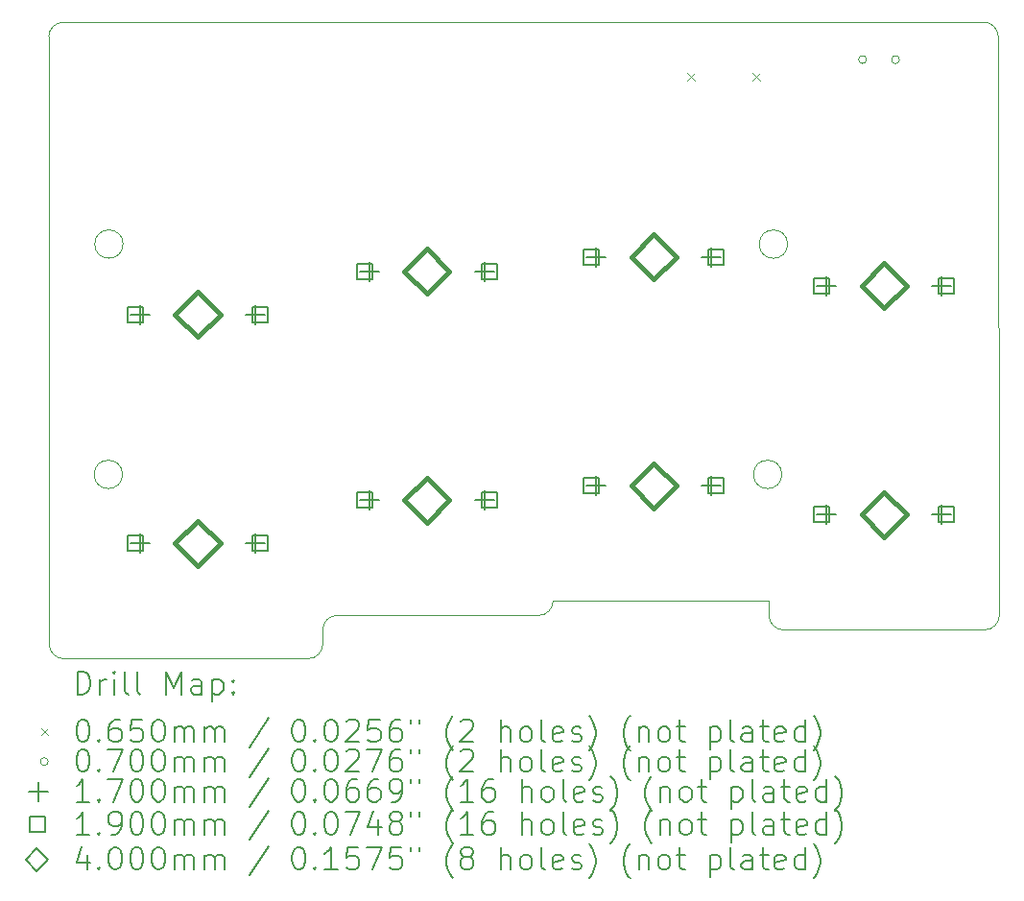
<source format=gbr>
%TF.GenerationSoftware,KiCad,Pcbnew,6.0.7-1.fc36*%
%TF.CreationDate,2022-10-12T21:37:02-05:00*%
%TF.ProjectId,ardux_mini,61726475-785f-46d6-996e-692e6b696361,rev?*%
%TF.SameCoordinates,Original*%
%TF.FileFunction,Drillmap*%
%TF.FilePolarity,Positive*%
%FSLAX45Y45*%
G04 Gerber Fmt 4.5, Leading zero omitted, Abs format (unit mm)*
G04 Created by KiCad (PCBNEW 6.0.7-1.fc36) date 2022-10-12 21:37:02*
%MOMM*%
%LPD*%
G01*
G04 APERTURE LIST*
%ADD10C,0.100000*%
%ADD11C,0.200000*%
%ADD12C,0.065000*%
%ADD13C,0.070000*%
%ADD14C,0.170000*%
%ADD15C,0.190000*%
%ADD16C,0.400000*%
G04 APERTURE END LIST*
D10*
X3948797Y-6553197D02*
G75*
G03*
X3821797Y-6680200I3J-127003D01*
G01*
X3694797Y-6934197D02*
G75*
G03*
X3821797Y-6807200I3J126997D01*
G01*
X7922800Y-3276600D02*
G75*
G03*
X7922800Y-3276600I-125000J0D01*
G01*
X7758797Y-6426200D02*
X7758797Y-6553200D01*
X3821797Y-6807200D02*
X3821797Y-6680200D01*
X9781198Y-1445501D02*
G75*
G03*
X9654195Y-1318501I-127000J0D01*
G01*
X1535797Y-6934200D02*
X3694797Y-6934200D01*
X9654195Y-1318501D02*
X1532000Y-1320000D01*
X5726797Y-6553197D02*
G75*
G03*
X5853797Y-6426200I3J126997D01*
G01*
X1532000Y-1319997D02*
G75*
G03*
X1405000Y-1447000I3J-127003D01*
G01*
X7758800Y-6553200D02*
G75*
G03*
X7885797Y-6680200I127000J0D01*
G01*
X2055400Y-5308600D02*
G75*
G03*
X2055400Y-5308600I-125000J0D01*
G01*
X5853797Y-6426200D02*
X7758797Y-6426200D01*
X1408800Y-6807200D02*
G75*
G03*
X1535797Y-6934200I127000J0D01*
G01*
X3948797Y-6553200D02*
X5726797Y-6553200D01*
X7872000Y-5308600D02*
G75*
G03*
X7872000Y-5308600I-125000J0D01*
G01*
X7885797Y-6680200D02*
X9663797Y-6680200D01*
X9663797Y-6680197D02*
G75*
G03*
X9790797Y-6553200I3J126997D01*
G01*
X9790797Y-6553200D02*
X9781195Y-1445501D01*
X1405000Y-1447000D02*
X1408797Y-6807200D01*
X2060200Y-3276600D02*
G75*
G03*
X2060200Y-3276600I-125000J0D01*
G01*
D11*
D12*
X7038729Y-1766687D02*
X7103729Y-1831687D01*
X7103729Y-1766687D02*
X7038729Y-1831687D01*
X7616729Y-1766687D02*
X7681729Y-1831687D01*
X7681729Y-1766687D02*
X7616729Y-1831687D01*
D13*
X8620000Y-1648750D02*
G75*
G03*
X8620000Y-1648750I-35000J0D01*
G01*
X8910000Y-1648750D02*
G75*
G03*
X8910000Y-1648750I-35000J0D01*
G01*
D14*
X2211297Y-3813200D02*
X2211297Y-3983200D01*
X2126297Y-3898200D02*
X2296297Y-3898200D01*
X2211297Y-5833200D02*
X2211297Y-6003200D01*
X2126297Y-5918200D02*
X2296297Y-5918200D01*
X3227297Y-3813200D02*
X3227297Y-3983200D01*
X3142297Y-3898200D02*
X3312297Y-3898200D01*
X3227297Y-5833200D02*
X3227297Y-6003200D01*
X3142297Y-5918200D02*
X3312297Y-5918200D01*
X4231297Y-3432200D02*
X4231297Y-3602200D01*
X4146297Y-3517200D02*
X4316297Y-3517200D01*
X4231297Y-5452200D02*
X4231297Y-5622200D01*
X4146297Y-5537200D02*
X4316297Y-5537200D01*
X5247297Y-3432200D02*
X5247297Y-3602200D01*
X5162297Y-3517200D02*
X5332297Y-3517200D01*
X5247297Y-5452200D02*
X5247297Y-5622200D01*
X5162297Y-5537200D02*
X5332297Y-5537200D01*
X6234797Y-3305200D02*
X6234797Y-3475200D01*
X6149797Y-3390200D02*
X6319797Y-3390200D01*
X6234797Y-5325200D02*
X6234797Y-5495200D01*
X6149797Y-5410200D02*
X6319797Y-5410200D01*
X7250797Y-3305200D02*
X7250797Y-3475200D01*
X7165797Y-3390200D02*
X7335797Y-3390200D01*
X7250797Y-5325200D02*
X7250797Y-5495200D01*
X7165797Y-5410200D02*
X7335797Y-5410200D01*
X8266797Y-3559200D02*
X8266797Y-3729200D01*
X8181797Y-3644200D02*
X8351797Y-3644200D01*
X8266797Y-5579200D02*
X8266797Y-5749200D01*
X8181797Y-5664200D02*
X8351797Y-5664200D01*
X9282797Y-3559200D02*
X9282797Y-3729200D01*
X9197797Y-3644200D02*
X9367797Y-3644200D01*
X9282797Y-5579200D02*
X9282797Y-5749200D01*
X9197797Y-5664200D02*
X9367797Y-5664200D01*
D15*
X2236473Y-3965376D02*
X2236473Y-3831024D01*
X2102122Y-3831024D01*
X2102122Y-3965376D01*
X2236473Y-3965376D01*
X2236473Y-5985376D02*
X2236473Y-5851024D01*
X2102122Y-5851024D01*
X2102122Y-5985376D01*
X2236473Y-5985376D01*
X3336473Y-3965376D02*
X3336473Y-3831024D01*
X3202122Y-3831024D01*
X3202122Y-3965376D01*
X3336473Y-3965376D01*
X3336473Y-5985376D02*
X3336473Y-5851024D01*
X3202122Y-5851024D01*
X3202122Y-5985376D01*
X3336473Y-5985376D01*
X4256473Y-3584376D02*
X4256473Y-3450024D01*
X4122122Y-3450024D01*
X4122122Y-3584376D01*
X4256473Y-3584376D01*
X4256473Y-5604376D02*
X4256473Y-5470024D01*
X4122122Y-5470024D01*
X4122122Y-5604376D01*
X4256473Y-5604376D01*
X5356473Y-3584376D02*
X5356473Y-3450024D01*
X5222122Y-3450024D01*
X5222122Y-3584376D01*
X5356473Y-3584376D01*
X5356473Y-5604376D02*
X5356473Y-5470024D01*
X5222122Y-5470024D01*
X5222122Y-5604376D01*
X5356473Y-5604376D01*
X6259973Y-3457376D02*
X6259973Y-3323024D01*
X6125622Y-3323024D01*
X6125622Y-3457376D01*
X6259973Y-3457376D01*
X6259973Y-5477376D02*
X6259973Y-5343024D01*
X6125622Y-5343024D01*
X6125622Y-5477376D01*
X6259973Y-5477376D01*
X7359973Y-3457376D02*
X7359973Y-3323024D01*
X7225622Y-3323024D01*
X7225622Y-3457376D01*
X7359973Y-3457376D01*
X7359973Y-5477376D02*
X7359973Y-5343024D01*
X7225622Y-5343024D01*
X7225622Y-5477376D01*
X7359973Y-5477376D01*
X8291973Y-3711376D02*
X8291973Y-3577024D01*
X8157622Y-3577024D01*
X8157622Y-3711376D01*
X8291973Y-3711376D01*
X8291973Y-5731376D02*
X8291973Y-5597024D01*
X8157622Y-5597024D01*
X8157622Y-5731376D01*
X8291973Y-5731376D01*
X9391973Y-3711376D02*
X9391973Y-3577024D01*
X9257622Y-3577024D01*
X9257622Y-3711376D01*
X9391973Y-3711376D01*
X9391973Y-5731376D02*
X9391973Y-5597024D01*
X9257622Y-5597024D01*
X9257622Y-5731376D01*
X9391973Y-5731376D01*
D16*
X2719297Y-4098200D02*
X2919297Y-3898200D01*
X2719297Y-3698200D01*
X2519297Y-3898200D01*
X2719297Y-4098200D01*
X2719297Y-6118200D02*
X2919297Y-5918200D01*
X2719297Y-5718200D01*
X2519297Y-5918200D01*
X2719297Y-6118200D01*
X4739297Y-3717200D02*
X4939297Y-3517200D01*
X4739297Y-3317200D01*
X4539297Y-3517200D01*
X4739297Y-3717200D01*
X4739297Y-5737200D02*
X4939297Y-5537200D01*
X4739297Y-5337200D01*
X4539297Y-5537200D01*
X4739297Y-5737200D01*
X6742797Y-3590200D02*
X6942797Y-3390200D01*
X6742797Y-3190200D01*
X6542797Y-3390200D01*
X6742797Y-3590200D01*
X6742797Y-5610200D02*
X6942797Y-5410200D01*
X6742797Y-5210200D01*
X6542797Y-5410200D01*
X6742797Y-5610200D01*
X8774797Y-3844200D02*
X8974797Y-3644200D01*
X8774797Y-3444200D01*
X8574797Y-3644200D01*
X8774797Y-3844200D01*
X8774797Y-5864200D02*
X8974797Y-5664200D01*
X8774797Y-5464200D01*
X8574797Y-5664200D01*
X8774797Y-5864200D01*
D11*
X1657619Y-7249676D02*
X1657619Y-7049676D01*
X1705238Y-7049676D01*
X1733809Y-7059200D01*
X1752857Y-7078248D01*
X1762381Y-7097295D01*
X1771905Y-7135390D01*
X1771905Y-7163962D01*
X1762381Y-7202057D01*
X1752857Y-7221105D01*
X1733809Y-7240152D01*
X1705238Y-7249676D01*
X1657619Y-7249676D01*
X1857619Y-7249676D02*
X1857619Y-7116343D01*
X1857619Y-7154438D02*
X1867143Y-7135390D01*
X1876667Y-7125867D01*
X1895714Y-7116343D01*
X1914762Y-7116343D01*
X1981428Y-7249676D02*
X1981428Y-7116343D01*
X1981428Y-7049676D02*
X1971905Y-7059200D01*
X1981428Y-7068724D01*
X1990952Y-7059200D01*
X1981428Y-7049676D01*
X1981428Y-7068724D01*
X2105238Y-7249676D02*
X2086190Y-7240152D01*
X2076667Y-7221105D01*
X2076667Y-7049676D01*
X2210000Y-7249676D02*
X2190952Y-7240152D01*
X2181429Y-7221105D01*
X2181429Y-7049676D01*
X2438571Y-7249676D02*
X2438571Y-7049676D01*
X2505238Y-7192533D01*
X2571905Y-7049676D01*
X2571905Y-7249676D01*
X2752857Y-7249676D02*
X2752857Y-7144914D01*
X2743333Y-7125867D01*
X2724286Y-7116343D01*
X2686190Y-7116343D01*
X2667143Y-7125867D01*
X2752857Y-7240152D02*
X2733810Y-7249676D01*
X2686190Y-7249676D01*
X2667143Y-7240152D01*
X2657619Y-7221105D01*
X2657619Y-7202057D01*
X2667143Y-7183009D01*
X2686190Y-7173486D01*
X2733810Y-7173486D01*
X2752857Y-7163962D01*
X2848095Y-7116343D02*
X2848095Y-7316343D01*
X2848095Y-7125867D02*
X2867143Y-7116343D01*
X2905238Y-7116343D01*
X2924286Y-7125867D01*
X2933809Y-7135390D01*
X2943333Y-7154438D01*
X2943333Y-7211581D01*
X2933809Y-7230628D01*
X2924286Y-7240152D01*
X2905238Y-7249676D01*
X2867143Y-7249676D01*
X2848095Y-7240152D01*
X3029048Y-7230628D02*
X3038571Y-7240152D01*
X3029048Y-7249676D01*
X3019524Y-7240152D01*
X3029048Y-7230628D01*
X3029048Y-7249676D01*
X3029048Y-7125867D02*
X3038571Y-7135390D01*
X3029048Y-7144914D01*
X3019524Y-7135390D01*
X3029048Y-7125867D01*
X3029048Y-7144914D01*
D12*
X1335000Y-7546700D02*
X1400000Y-7611700D01*
X1400000Y-7546700D02*
X1335000Y-7611700D01*
D11*
X1695714Y-7469676D02*
X1714762Y-7469676D01*
X1733809Y-7479200D01*
X1743333Y-7488724D01*
X1752857Y-7507771D01*
X1762381Y-7545867D01*
X1762381Y-7593486D01*
X1752857Y-7631581D01*
X1743333Y-7650628D01*
X1733809Y-7660152D01*
X1714762Y-7669676D01*
X1695714Y-7669676D01*
X1676667Y-7660152D01*
X1667143Y-7650628D01*
X1657619Y-7631581D01*
X1648095Y-7593486D01*
X1648095Y-7545867D01*
X1657619Y-7507771D01*
X1667143Y-7488724D01*
X1676667Y-7479200D01*
X1695714Y-7469676D01*
X1848095Y-7650628D02*
X1857619Y-7660152D01*
X1848095Y-7669676D01*
X1838571Y-7660152D01*
X1848095Y-7650628D01*
X1848095Y-7669676D01*
X2029048Y-7469676D02*
X1990952Y-7469676D01*
X1971905Y-7479200D01*
X1962381Y-7488724D01*
X1943333Y-7517295D01*
X1933809Y-7555390D01*
X1933809Y-7631581D01*
X1943333Y-7650628D01*
X1952857Y-7660152D01*
X1971905Y-7669676D01*
X2010000Y-7669676D01*
X2029048Y-7660152D01*
X2038571Y-7650628D01*
X2048095Y-7631581D01*
X2048095Y-7583962D01*
X2038571Y-7564914D01*
X2029048Y-7555390D01*
X2010000Y-7545867D01*
X1971905Y-7545867D01*
X1952857Y-7555390D01*
X1943333Y-7564914D01*
X1933809Y-7583962D01*
X2229048Y-7469676D02*
X2133810Y-7469676D01*
X2124286Y-7564914D01*
X2133810Y-7555390D01*
X2152857Y-7545867D01*
X2200476Y-7545867D01*
X2219524Y-7555390D01*
X2229048Y-7564914D01*
X2238571Y-7583962D01*
X2238571Y-7631581D01*
X2229048Y-7650628D01*
X2219524Y-7660152D01*
X2200476Y-7669676D01*
X2152857Y-7669676D01*
X2133810Y-7660152D01*
X2124286Y-7650628D01*
X2362381Y-7469676D02*
X2381429Y-7469676D01*
X2400476Y-7479200D01*
X2410000Y-7488724D01*
X2419524Y-7507771D01*
X2429048Y-7545867D01*
X2429048Y-7593486D01*
X2419524Y-7631581D01*
X2410000Y-7650628D01*
X2400476Y-7660152D01*
X2381429Y-7669676D01*
X2362381Y-7669676D01*
X2343333Y-7660152D01*
X2333810Y-7650628D01*
X2324286Y-7631581D01*
X2314762Y-7593486D01*
X2314762Y-7545867D01*
X2324286Y-7507771D01*
X2333810Y-7488724D01*
X2343333Y-7479200D01*
X2362381Y-7469676D01*
X2514762Y-7669676D02*
X2514762Y-7536343D01*
X2514762Y-7555390D02*
X2524286Y-7545867D01*
X2543333Y-7536343D01*
X2571905Y-7536343D01*
X2590952Y-7545867D01*
X2600476Y-7564914D01*
X2600476Y-7669676D01*
X2600476Y-7564914D02*
X2610000Y-7545867D01*
X2629048Y-7536343D01*
X2657619Y-7536343D01*
X2676667Y-7545867D01*
X2686190Y-7564914D01*
X2686190Y-7669676D01*
X2781429Y-7669676D02*
X2781429Y-7536343D01*
X2781429Y-7555390D02*
X2790952Y-7545867D01*
X2810000Y-7536343D01*
X2838571Y-7536343D01*
X2857619Y-7545867D01*
X2867143Y-7564914D01*
X2867143Y-7669676D01*
X2867143Y-7564914D02*
X2876667Y-7545867D01*
X2895714Y-7536343D01*
X2924286Y-7536343D01*
X2943333Y-7545867D01*
X2952857Y-7564914D01*
X2952857Y-7669676D01*
X3343333Y-7460152D02*
X3171905Y-7717295D01*
X3600476Y-7469676D02*
X3619524Y-7469676D01*
X3638571Y-7479200D01*
X3648095Y-7488724D01*
X3657619Y-7507771D01*
X3667143Y-7545867D01*
X3667143Y-7593486D01*
X3657619Y-7631581D01*
X3648095Y-7650628D01*
X3638571Y-7660152D01*
X3619524Y-7669676D01*
X3600476Y-7669676D01*
X3581428Y-7660152D01*
X3571905Y-7650628D01*
X3562381Y-7631581D01*
X3552857Y-7593486D01*
X3552857Y-7545867D01*
X3562381Y-7507771D01*
X3571905Y-7488724D01*
X3581428Y-7479200D01*
X3600476Y-7469676D01*
X3752857Y-7650628D02*
X3762381Y-7660152D01*
X3752857Y-7669676D01*
X3743333Y-7660152D01*
X3752857Y-7650628D01*
X3752857Y-7669676D01*
X3886190Y-7469676D02*
X3905238Y-7469676D01*
X3924286Y-7479200D01*
X3933809Y-7488724D01*
X3943333Y-7507771D01*
X3952857Y-7545867D01*
X3952857Y-7593486D01*
X3943333Y-7631581D01*
X3933809Y-7650628D01*
X3924286Y-7660152D01*
X3905238Y-7669676D01*
X3886190Y-7669676D01*
X3867143Y-7660152D01*
X3857619Y-7650628D01*
X3848095Y-7631581D01*
X3838571Y-7593486D01*
X3838571Y-7545867D01*
X3848095Y-7507771D01*
X3857619Y-7488724D01*
X3867143Y-7479200D01*
X3886190Y-7469676D01*
X4029048Y-7488724D02*
X4038571Y-7479200D01*
X4057619Y-7469676D01*
X4105238Y-7469676D01*
X4124286Y-7479200D01*
X4133809Y-7488724D01*
X4143333Y-7507771D01*
X4143333Y-7526819D01*
X4133809Y-7555390D01*
X4019524Y-7669676D01*
X4143333Y-7669676D01*
X4324286Y-7469676D02*
X4229048Y-7469676D01*
X4219524Y-7564914D01*
X4229048Y-7555390D01*
X4248095Y-7545867D01*
X4295714Y-7545867D01*
X4314762Y-7555390D01*
X4324286Y-7564914D01*
X4333810Y-7583962D01*
X4333810Y-7631581D01*
X4324286Y-7650628D01*
X4314762Y-7660152D01*
X4295714Y-7669676D01*
X4248095Y-7669676D01*
X4229048Y-7660152D01*
X4219524Y-7650628D01*
X4505238Y-7469676D02*
X4467143Y-7469676D01*
X4448095Y-7479200D01*
X4438571Y-7488724D01*
X4419524Y-7517295D01*
X4410000Y-7555390D01*
X4410000Y-7631581D01*
X4419524Y-7650628D01*
X4429048Y-7660152D01*
X4448095Y-7669676D01*
X4486190Y-7669676D01*
X4505238Y-7660152D01*
X4514762Y-7650628D01*
X4524286Y-7631581D01*
X4524286Y-7583962D01*
X4514762Y-7564914D01*
X4505238Y-7555390D01*
X4486190Y-7545867D01*
X4448095Y-7545867D01*
X4429048Y-7555390D01*
X4419524Y-7564914D01*
X4410000Y-7583962D01*
X4600476Y-7469676D02*
X4600476Y-7507771D01*
X4676667Y-7469676D02*
X4676667Y-7507771D01*
X4971905Y-7745867D02*
X4962381Y-7736343D01*
X4943333Y-7707771D01*
X4933810Y-7688724D01*
X4924286Y-7660152D01*
X4914762Y-7612533D01*
X4914762Y-7574438D01*
X4924286Y-7526819D01*
X4933810Y-7498248D01*
X4943333Y-7479200D01*
X4962381Y-7450628D01*
X4971905Y-7441105D01*
X5038571Y-7488724D02*
X5048095Y-7479200D01*
X5067143Y-7469676D01*
X5114762Y-7469676D01*
X5133810Y-7479200D01*
X5143333Y-7488724D01*
X5152857Y-7507771D01*
X5152857Y-7526819D01*
X5143333Y-7555390D01*
X5029048Y-7669676D01*
X5152857Y-7669676D01*
X5390952Y-7669676D02*
X5390952Y-7469676D01*
X5476667Y-7669676D02*
X5476667Y-7564914D01*
X5467143Y-7545867D01*
X5448095Y-7536343D01*
X5419524Y-7536343D01*
X5400476Y-7545867D01*
X5390952Y-7555390D01*
X5600476Y-7669676D02*
X5581429Y-7660152D01*
X5571905Y-7650628D01*
X5562381Y-7631581D01*
X5562381Y-7574438D01*
X5571905Y-7555390D01*
X5581429Y-7545867D01*
X5600476Y-7536343D01*
X5629048Y-7536343D01*
X5648095Y-7545867D01*
X5657619Y-7555390D01*
X5667143Y-7574438D01*
X5667143Y-7631581D01*
X5657619Y-7650628D01*
X5648095Y-7660152D01*
X5629048Y-7669676D01*
X5600476Y-7669676D01*
X5781428Y-7669676D02*
X5762381Y-7660152D01*
X5752857Y-7641105D01*
X5752857Y-7469676D01*
X5933809Y-7660152D02*
X5914762Y-7669676D01*
X5876667Y-7669676D01*
X5857619Y-7660152D01*
X5848095Y-7641105D01*
X5848095Y-7564914D01*
X5857619Y-7545867D01*
X5876667Y-7536343D01*
X5914762Y-7536343D01*
X5933809Y-7545867D01*
X5943333Y-7564914D01*
X5943333Y-7583962D01*
X5848095Y-7603009D01*
X6019524Y-7660152D02*
X6038571Y-7669676D01*
X6076667Y-7669676D01*
X6095714Y-7660152D01*
X6105238Y-7641105D01*
X6105238Y-7631581D01*
X6095714Y-7612533D01*
X6076667Y-7603009D01*
X6048095Y-7603009D01*
X6029048Y-7593486D01*
X6019524Y-7574438D01*
X6019524Y-7564914D01*
X6029048Y-7545867D01*
X6048095Y-7536343D01*
X6076667Y-7536343D01*
X6095714Y-7545867D01*
X6171905Y-7745867D02*
X6181428Y-7736343D01*
X6200476Y-7707771D01*
X6210000Y-7688724D01*
X6219524Y-7660152D01*
X6229048Y-7612533D01*
X6229048Y-7574438D01*
X6219524Y-7526819D01*
X6210000Y-7498248D01*
X6200476Y-7479200D01*
X6181428Y-7450628D01*
X6171905Y-7441105D01*
X6533809Y-7745867D02*
X6524286Y-7736343D01*
X6505238Y-7707771D01*
X6495714Y-7688724D01*
X6486190Y-7660152D01*
X6476667Y-7612533D01*
X6476667Y-7574438D01*
X6486190Y-7526819D01*
X6495714Y-7498248D01*
X6505238Y-7479200D01*
X6524286Y-7450628D01*
X6533809Y-7441105D01*
X6610000Y-7536343D02*
X6610000Y-7669676D01*
X6610000Y-7555390D02*
X6619524Y-7545867D01*
X6638571Y-7536343D01*
X6667143Y-7536343D01*
X6686190Y-7545867D01*
X6695714Y-7564914D01*
X6695714Y-7669676D01*
X6819524Y-7669676D02*
X6800476Y-7660152D01*
X6790952Y-7650628D01*
X6781428Y-7631581D01*
X6781428Y-7574438D01*
X6790952Y-7555390D01*
X6800476Y-7545867D01*
X6819524Y-7536343D01*
X6848095Y-7536343D01*
X6867143Y-7545867D01*
X6876667Y-7555390D01*
X6886190Y-7574438D01*
X6886190Y-7631581D01*
X6876667Y-7650628D01*
X6867143Y-7660152D01*
X6848095Y-7669676D01*
X6819524Y-7669676D01*
X6943333Y-7536343D02*
X7019524Y-7536343D01*
X6971905Y-7469676D02*
X6971905Y-7641105D01*
X6981428Y-7660152D01*
X7000476Y-7669676D01*
X7019524Y-7669676D01*
X7238571Y-7536343D02*
X7238571Y-7736343D01*
X7238571Y-7545867D02*
X7257619Y-7536343D01*
X7295714Y-7536343D01*
X7314762Y-7545867D01*
X7324286Y-7555390D01*
X7333809Y-7574438D01*
X7333809Y-7631581D01*
X7324286Y-7650628D01*
X7314762Y-7660152D01*
X7295714Y-7669676D01*
X7257619Y-7669676D01*
X7238571Y-7660152D01*
X7448095Y-7669676D02*
X7429048Y-7660152D01*
X7419524Y-7641105D01*
X7419524Y-7469676D01*
X7610000Y-7669676D02*
X7610000Y-7564914D01*
X7600476Y-7545867D01*
X7581428Y-7536343D01*
X7543333Y-7536343D01*
X7524286Y-7545867D01*
X7610000Y-7660152D02*
X7590952Y-7669676D01*
X7543333Y-7669676D01*
X7524286Y-7660152D01*
X7514762Y-7641105D01*
X7514762Y-7622057D01*
X7524286Y-7603009D01*
X7543333Y-7593486D01*
X7590952Y-7593486D01*
X7610000Y-7583962D01*
X7676667Y-7536343D02*
X7752857Y-7536343D01*
X7705238Y-7469676D02*
X7705238Y-7641105D01*
X7714762Y-7660152D01*
X7733809Y-7669676D01*
X7752857Y-7669676D01*
X7895714Y-7660152D02*
X7876667Y-7669676D01*
X7838571Y-7669676D01*
X7819524Y-7660152D01*
X7810000Y-7641105D01*
X7810000Y-7564914D01*
X7819524Y-7545867D01*
X7838571Y-7536343D01*
X7876667Y-7536343D01*
X7895714Y-7545867D01*
X7905238Y-7564914D01*
X7905238Y-7583962D01*
X7810000Y-7603009D01*
X8076667Y-7669676D02*
X8076667Y-7469676D01*
X8076667Y-7660152D02*
X8057619Y-7669676D01*
X8019524Y-7669676D01*
X8000476Y-7660152D01*
X7990952Y-7650628D01*
X7981428Y-7631581D01*
X7981428Y-7574438D01*
X7990952Y-7555390D01*
X8000476Y-7545867D01*
X8019524Y-7536343D01*
X8057619Y-7536343D01*
X8076667Y-7545867D01*
X8152857Y-7745867D02*
X8162381Y-7736343D01*
X8181428Y-7707771D01*
X8190952Y-7688724D01*
X8200476Y-7660152D01*
X8210000Y-7612533D01*
X8210000Y-7574438D01*
X8200476Y-7526819D01*
X8190952Y-7498248D01*
X8181428Y-7479200D01*
X8162381Y-7450628D01*
X8152857Y-7441105D01*
D13*
X1400000Y-7843200D02*
G75*
G03*
X1400000Y-7843200I-35000J0D01*
G01*
D11*
X1695714Y-7733676D02*
X1714762Y-7733676D01*
X1733809Y-7743200D01*
X1743333Y-7752724D01*
X1752857Y-7771771D01*
X1762381Y-7809867D01*
X1762381Y-7857486D01*
X1752857Y-7895581D01*
X1743333Y-7914628D01*
X1733809Y-7924152D01*
X1714762Y-7933676D01*
X1695714Y-7933676D01*
X1676667Y-7924152D01*
X1667143Y-7914628D01*
X1657619Y-7895581D01*
X1648095Y-7857486D01*
X1648095Y-7809867D01*
X1657619Y-7771771D01*
X1667143Y-7752724D01*
X1676667Y-7743200D01*
X1695714Y-7733676D01*
X1848095Y-7914628D02*
X1857619Y-7924152D01*
X1848095Y-7933676D01*
X1838571Y-7924152D01*
X1848095Y-7914628D01*
X1848095Y-7933676D01*
X1924286Y-7733676D02*
X2057619Y-7733676D01*
X1971905Y-7933676D01*
X2171905Y-7733676D02*
X2190952Y-7733676D01*
X2210000Y-7743200D01*
X2219524Y-7752724D01*
X2229048Y-7771771D01*
X2238571Y-7809867D01*
X2238571Y-7857486D01*
X2229048Y-7895581D01*
X2219524Y-7914628D01*
X2210000Y-7924152D01*
X2190952Y-7933676D01*
X2171905Y-7933676D01*
X2152857Y-7924152D01*
X2143333Y-7914628D01*
X2133810Y-7895581D01*
X2124286Y-7857486D01*
X2124286Y-7809867D01*
X2133810Y-7771771D01*
X2143333Y-7752724D01*
X2152857Y-7743200D01*
X2171905Y-7733676D01*
X2362381Y-7733676D02*
X2381429Y-7733676D01*
X2400476Y-7743200D01*
X2410000Y-7752724D01*
X2419524Y-7771771D01*
X2429048Y-7809867D01*
X2429048Y-7857486D01*
X2419524Y-7895581D01*
X2410000Y-7914628D01*
X2400476Y-7924152D01*
X2381429Y-7933676D01*
X2362381Y-7933676D01*
X2343333Y-7924152D01*
X2333810Y-7914628D01*
X2324286Y-7895581D01*
X2314762Y-7857486D01*
X2314762Y-7809867D01*
X2324286Y-7771771D01*
X2333810Y-7752724D01*
X2343333Y-7743200D01*
X2362381Y-7733676D01*
X2514762Y-7933676D02*
X2514762Y-7800343D01*
X2514762Y-7819390D02*
X2524286Y-7809867D01*
X2543333Y-7800343D01*
X2571905Y-7800343D01*
X2590952Y-7809867D01*
X2600476Y-7828914D01*
X2600476Y-7933676D01*
X2600476Y-7828914D02*
X2610000Y-7809867D01*
X2629048Y-7800343D01*
X2657619Y-7800343D01*
X2676667Y-7809867D01*
X2686190Y-7828914D01*
X2686190Y-7933676D01*
X2781429Y-7933676D02*
X2781429Y-7800343D01*
X2781429Y-7819390D02*
X2790952Y-7809867D01*
X2810000Y-7800343D01*
X2838571Y-7800343D01*
X2857619Y-7809867D01*
X2867143Y-7828914D01*
X2867143Y-7933676D01*
X2867143Y-7828914D02*
X2876667Y-7809867D01*
X2895714Y-7800343D01*
X2924286Y-7800343D01*
X2943333Y-7809867D01*
X2952857Y-7828914D01*
X2952857Y-7933676D01*
X3343333Y-7724152D02*
X3171905Y-7981295D01*
X3600476Y-7733676D02*
X3619524Y-7733676D01*
X3638571Y-7743200D01*
X3648095Y-7752724D01*
X3657619Y-7771771D01*
X3667143Y-7809867D01*
X3667143Y-7857486D01*
X3657619Y-7895581D01*
X3648095Y-7914628D01*
X3638571Y-7924152D01*
X3619524Y-7933676D01*
X3600476Y-7933676D01*
X3581428Y-7924152D01*
X3571905Y-7914628D01*
X3562381Y-7895581D01*
X3552857Y-7857486D01*
X3552857Y-7809867D01*
X3562381Y-7771771D01*
X3571905Y-7752724D01*
X3581428Y-7743200D01*
X3600476Y-7733676D01*
X3752857Y-7914628D02*
X3762381Y-7924152D01*
X3752857Y-7933676D01*
X3743333Y-7924152D01*
X3752857Y-7914628D01*
X3752857Y-7933676D01*
X3886190Y-7733676D02*
X3905238Y-7733676D01*
X3924286Y-7743200D01*
X3933809Y-7752724D01*
X3943333Y-7771771D01*
X3952857Y-7809867D01*
X3952857Y-7857486D01*
X3943333Y-7895581D01*
X3933809Y-7914628D01*
X3924286Y-7924152D01*
X3905238Y-7933676D01*
X3886190Y-7933676D01*
X3867143Y-7924152D01*
X3857619Y-7914628D01*
X3848095Y-7895581D01*
X3838571Y-7857486D01*
X3838571Y-7809867D01*
X3848095Y-7771771D01*
X3857619Y-7752724D01*
X3867143Y-7743200D01*
X3886190Y-7733676D01*
X4029048Y-7752724D02*
X4038571Y-7743200D01*
X4057619Y-7733676D01*
X4105238Y-7733676D01*
X4124286Y-7743200D01*
X4133809Y-7752724D01*
X4143333Y-7771771D01*
X4143333Y-7790819D01*
X4133809Y-7819390D01*
X4019524Y-7933676D01*
X4143333Y-7933676D01*
X4210000Y-7733676D02*
X4343333Y-7733676D01*
X4257619Y-7933676D01*
X4505238Y-7733676D02*
X4467143Y-7733676D01*
X4448095Y-7743200D01*
X4438571Y-7752724D01*
X4419524Y-7781295D01*
X4410000Y-7819390D01*
X4410000Y-7895581D01*
X4419524Y-7914628D01*
X4429048Y-7924152D01*
X4448095Y-7933676D01*
X4486190Y-7933676D01*
X4505238Y-7924152D01*
X4514762Y-7914628D01*
X4524286Y-7895581D01*
X4524286Y-7847962D01*
X4514762Y-7828914D01*
X4505238Y-7819390D01*
X4486190Y-7809867D01*
X4448095Y-7809867D01*
X4429048Y-7819390D01*
X4419524Y-7828914D01*
X4410000Y-7847962D01*
X4600476Y-7733676D02*
X4600476Y-7771771D01*
X4676667Y-7733676D02*
X4676667Y-7771771D01*
X4971905Y-8009867D02*
X4962381Y-8000343D01*
X4943333Y-7971771D01*
X4933810Y-7952724D01*
X4924286Y-7924152D01*
X4914762Y-7876533D01*
X4914762Y-7838438D01*
X4924286Y-7790819D01*
X4933810Y-7762248D01*
X4943333Y-7743200D01*
X4962381Y-7714628D01*
X4971905Y-7705105D01*
X5038571Y-7752724D02*
X5048095Y-7743200D01*
X5067143Y-7733676D01*
X5114762Y-7733676D01*
X5133810Y-7743200D01*
X5143333Y-7752724D01*
X5152857Y-7771771D01*
X5152857Y-7790819D01*
X5143333Y-7819390D01*
X5029048Y-7933676D01*
X5152857Y-7933676D01*
X5390952Y-7933676D02*
X5390952Y-7733676D01*
X5476667Y-7933676D02*
X5476667Y-7828914D01*
X5467143Y-7809867D01*
X5448095Y-7800343D01*
X5419524Y-7800343D01*
X5400476Y-7809867D01*
X5390952Y-7819390D01*
X5600476Y-7933676D02*
X5581429Y-7924152D01*
X5571905Y-7914628D01*
X5562381Y-7895581D01*
X5562381Y-7838438D01*
X5571905Y-7819390D01*
X5581429Y-7809867D01*
X5600476Y-7800343D01*
X5629048Y-7800343D01*
X5648095Y-7809867D01*
X5657619Y-7819390D01*
X5667143Y-7838438D01*
X5667143Y-7895581D01*
X5657619Y-7914628D01*
X5648095Y-7924152D01*
X5629048Y-7933676D01*
X5600476Y-7933676D01*
X5781428Y-7933676D02*
X5762381Y-7924152D01*
X5752857Y-7905105D01*
X5752857Y-7733676D01*
X5933809Y-7924152D02*
X5914762Y-7933676D01*
X5876667Y-7933676D01*
X5857619Y-7924152D01*
X5848095Y-7905105D01*
X5848095Y-7828914D01*
X5857619Y-7809867D01*
X5876667Y-7800343D01*
X5914762Y-7800343D01*
X5933809Y-7809867D01*
X5943333Y-7828914D01*
X5943333Y-7847962D01*
X5848095Y-7867009D01*
X6019524Y-7924152D02*
X6038571Y-7933676D01*
X6076667Y-7933676D01*
X6095714Y-7924152D01*
X6105238Y-7905105D01*
X6105238Y-7895581D01*
X6095714Y-7876533D01*
X6076667Y-7867009D01*
X6048095Y-7867009D01*
X6029048Y-7857486D01*
X6019524Y-7838438D01*
X6019524Y-7828914D01*
X6029048Y-7809867D01*
X6048095Y-7800343D01*
X6076667Y-7800343D01*
X6095714Y-7809867D01*
X6171905Y-8009867D02*
X6181428Y-8000343D01*
X6200476Y-7971771D01*
X6210000Y-7952724D01*
X6219524Y-7924152D01*
X6229048Y-7876533D01*
X6229048Y-7838438D01*
X6219524Y-7790819D01*
X6210000Y-7762248D01*
X6200476Y-7743200D01*
X6181428Y-7714628D01*
X6171905Y-7705105D01*
X6533809Y-8009867D02*
X6524286Y-8000343D01*
X6505238Y-7971771D01*
X6495714Y-7952724D01*
X6486190Y-7924152D01*
X6476667Y-7876533D01*
X6476667Y-7838438D01*
X6486190Y-7790819D01*
X6495714Y-7762248D01*
X6505238Y-7743200D01*
X6524286Y-7714628D01*
X6533809Y-7705105D01*
X6610000Y-7800343D02*
X6610000Y-7933676D01*
X6610000Y-7819390D02*
X6619524Y-7809867D01*
X6638571Y-7800343D01*
X6667143Y-7800343D01*
X6686190Y-7809867D01*
X6695714Y-7828914D01*
X6695714Y-7933676D01*
X6819524Y-7933676D02*
X6800476Y-7924152D01*
X6790952Y-7914628D01*
X6781428Y-7895581D01*
X6781428Y-7838438D01*
X6790952Y-7819390D01*
X6800476Y-7809867D01*
X6819524Y-7800343D01*
X6848095Y-7800343D01*
X6867143Y-7809867D01*
X6876667Y-7819390D01*
X6886190Y-7838438D01*
X6886190Y-7895581D01*
X6876667Y-7914628D01*
X6867143Y-7924152D01*
X6848095Y-7933676D01*
X6819524Y-7933676D01*
X6943333Y-7800343D02*
X7019524Y-7800343D01*
X6971905Y-7733676D02*
X6971905Y-7905105D01*
X6981428Y-7924152D01*
X7000476Y-7933676D01*
X7019524Y-7933676D01*
X7238571Y-7800343D02*
X7238571Y-8000343D01*
X7238571Y-7809867D02*
X7257619Y-7800343D01*
X7295714Y-7800343D01*
X7314762Y-7809867D01*
X7324286Y-7819390D01*
X7333809Y-7838438D01*
X7333809Y-7895581D01*
X7324286Y-7914628D01*
X7314762Y-7924152D01*
X7295714Y-7933676D01*
X7257619Y-7933676D01*
X7238571Y-7924152D01*
X7448095Y-7933676D02*
X7429048Y-7924152D01*
X7419524Y-7905105D01*
X7419524Y-7733676D01*
X7610000Y-7933676D02*
X7610000Y-7828914D01*
X7600476Y-7809867D01*
X7581428Y-7800343D01*
X7543333Y-7800343D01*
X7524286Y-7809867D01*
X7610000Y-7924152D02*
X7590952Y-7933676D01*
X7543333Y-7933676D01*
X7524286Y-7924152D01*
X7514762Y-7905105D01*
X7514762Y-7886057D01*
X7524286Y-7867009D01*
X7543333Y-7857486D01*
X7590952Y-7857486D01*
X7610000Y-7847962D01*
X7676667Y-7800343D02*
X7752857Y-7800343D01*
X7705238Y-7733676D02*
X7705238Y-7905105D01*
X7714762Y-7924152D01*
X7733809Y-7933676D01*
X7752857Y-7933676D01*
X7895714Y-7924152D02*
X7876667Y-7933676D01*
X7838571Y-7933676D01*
X7819524Y-7924152D01*
X7810000Y-7905105D01*
X7810000Y-7828914D01*
X7819524Y-7809867D01*
X7838571Y-7800343D01*
X7876667Y-7800343D01*
X7895714Y-7809867D01*
X7905238Y-7828914D01*
X7905238Y-7847962D01*
X7810000Y-7867009D01*
X8076667Y-7933676D02*
X8076667Y-7733676D01*
X8076667Y-7924152D02*
X8057619Y-7933676D01*
X8019524Y-7933676D01*
X8000476Y-7924152D01*
X7990952Y-7914628D01*
X7981428Y-7895581D01*
X7981428Y-7838438D01*
X7990952Y-7819390D01*
X8000476Y-7809867D01*
X8019524Y-7800343D01*
X8057619Y-7800343D01*
X8076667Y-7809867D01*
X8152857Y-8009867D02*
X8162381Y-8000343D01*
X8181428Y-7971771D01*
X8190952Y-7952724D01*
X8200476Y-7924152D01*
X8210000Y-7876533D01*
X8210000Y-7838438D01*
X8200476Y-7790819D01*
X8190952Y-7762248D01*
X8181428Y-7743200D01*
X8162381Y-7714628D01*
X8152857Y-7705105D01*
D14*
X1315000Y-8022200D02*
X1315000Y-8192200D01*
X1230000Y-8107200D02*
X1400000Y-8107200D01*
D11*
X1762381Y-8197676D02*
X1648095Y-8197676D01*
X1705238Y-8197676D02*
X1705238Y-7997676D01*
X1686190Y-8026248D01*
X1667143Y-8045295D01*
X1648095Y-8054819D01*
X1848095Y-8178628D02*
X1857619Y-8188152D01*
X1848095Y-8197676D01*
X1838571Y-8188152D01*
X1848095Y-8178628D01*
X1848095Y-8197676D01*
X1924286Y-7997676D02*
X2057619Y-7997676D01*
X1971905Y-8197676D01*
X2171905Y-7997676D02*
X2190952Y-7997676D01*
X2210000Y-8007200D01*
X2219524Y-8016724D01*
X2229048Y-8035771D01*
X2238571Y-8073867D01*
X2238571Y-8121486D01*
X2229048Y-8159581D01*
X2219524Y-8178628D01*
X2210000Y-8188152D01*
X2190952Y-8197676D01*
X2171905Y-8197676D01*
X2152857Y-8188152D01*
X2143333Y-8178628D01*
X2133810Y-8159581D01*
X2124286Y-8121486D01*
X2124286Y-8073867D01*
X2133810Y-8035771D01*
X2143333Y-8016724D01*
X2152857Y-8007200D01*
X2171905Y-7997676D01*
X2362381Y-7997676D02*
X2381429Y-7997676D01*
X2400476Y-8007200D01*
X2410000Y-8016724D01*
X2419524Y-8035771D01*
X2429048Y-8073867D01*
X2429048Y-8121486D01*
X2419524Y-8159581D01*
X2410000Y-8178628D01*
X2400476Y-8188152D01*
X2381429Y-8197676D01*
X2362381Y-8197676D01*
X2343333Y-8188152D01*
X2333810Y-8178628D01*
X2324286Y-8159581D01*
X2314762Y-8121486D01*
X2314762Y-8073867D01*
X2324286Y-8035771D01*
X2333810Y-8016724D01*
X2343333Y-8007200D01*
X2362381Y-7997676D01*
X2514762Y-8197676D02*
X2514762Y-8064343D01*
X2514762Y-8083390D02*
X2524286Y-8073867D01*
X2543333Y-8064343D01*
X2571905Y-8064343D01*
X2590952Y-8073867D01*
X2600476Y-8092914D01*
X2600476Y-8197676D01*
X2600476Y-8092914D02*
X2610000Y-8073867D01*
X2629048Y-8064343D01*
X2657619Y-8064343D01*
X2676667Y-8073867D01*
X2686190Y-8092914D01*
X2686190Y-8197676D01*
X2781429Y-8197676D02*
X2781429Y-8064343D01*
X2781429Y-8083390D02*
X2790952Y-8073867D01*
X2810000Y-8064343D01*
X2838571Y-8064343D01*
X2857619Y-8073867D01*
X2867143Y-8092914D01*
X2867143Y-8197676D01*
X2867143Y-8092914D02*
X2876667Y-8073867D01*
X2895714Y-8064343D01*
X2924286Y-8064343D01*
X2943333Y-8073867D01*
X2952857Y-8092914D01*
X2952857Y-8197676D01*
X3343333Y-7988152D02*
X3171905Y-8245295D01*
X3600476Y-7997676D02*
X3619524Y-7997676D01*
X3638571Y-8007200D01*
X3648095Y-8016724D01*
X3657619Y-8035771D01*
X3667143Y-8073867D01*
X3667143Y-8121486D01*
X3657619Y-8159581D01*
X3648095Y-8178628D01*
X3638571Y-8188152D01*
X3619524Y-8197676D01*
X3600476Y-8197676D01*
X3581428Y-8188152D01*
X3571905Y-8178628D01*
X3562381Y-8159581D01*
X3552857Y-8121486D01*
X3552857Y-8073867D01*
X3562381Y-8035771D01*
X3571905Y-8016724D01*
X3581428Y-8007200D01*
X3600476Y-7997676D01*
X3752857Y-8178628D02*
X3762381Y-8188152D01*
X3752857Y-8197676D01*
X3743333Y-8188152D01*
X3752857Y-8178628D01*
X3752857Y-8197676D01*
X3886190Y-7997676D02*
X3905238Y-7997676D01*
X3924286Y-8007200D01*
X3933809Y-8016724D01*
X3943333Y-8035771D01*
X3952857Y-8073867D01*
X3952857Y-8121486D01*
X3943333Y-8159581D01*
X3933809Y-8178628D01*
X3924286Y-8188152D01*
X3905238Y-8197676D01*
X3886190Y-8197676D01*
X3867143Y-8188152D01*
X3857619Y-8178628D01*
X3848095Y-8159581D01*
X3838571Y-8121486D01*
X3838571Y-8073867D01*
X3848095Y-8035771D01*
X3857619Y-8016724D01*
X3867143Y-8007200D01*
X3886190Y-7997676D01*
X4124286Y-7997676D02*
X4086190Y-7997676D01*
X4067143Y-8007200D01*
X4057619Y-8016724D01*
X4038571Y-8045295D01*
X4029048Y-8083390D01*
X4029048Y-8159581D01*
X4038571Y-8178628D01*
X4048095Y-8188152D01*
X4067143Y-8197676D01*
X4105238Y-8197676D01*
X4124286Y-8188152D01*
X4133809Y-8178628D01*
X4143333Y-8159581D01*
X4143333Y-8111962D01*
X4133809Y-8092914D01*
X4124286Y-8083390D01*
X4105238Y-8073867D01*
X4067143Y-8073867D01*
X4048095Y-8083390D01*
X4038571Y-8092914D01*
X4029048Y-8111962D01*
X4314762Y-7997676D02*
X4276667Y-7997676D01*
X4257619Y-8007200D01*
X4248095Y-8016724D01*
X4229048Y-8045295D01*
X4219524Y-8083390D01*
X4219524Y-8159581D01*
X4229048Y-8178628D01*
X4238571Y-8188152D01*
X4257619Y-8197676D01*
X4295714Y-8197676D01*
X4314762Y-8188152D01*
X4324286Y-8178628D01*
X4333810Y-8159581D01*
X4333810Y-8111962D01*
X4324286Y-8092914D01*
X4314762Y-8083390D01*
X4295714Y-8073867D01*
X4257619Y-8073867D01*
X4238571Y-8083390D01*
X4229048Y-8092914D01*
X4219524Y-8111962D01*
X4429048Y-8197676D02*
X4467143Y-8197676D01*
X4486190Y-8188152D01*
X4495714Y-8178628D01*
X4514762Y-8150057D01*
X4524286Y-8111962D01*
X4524286Y-8035771D01*
X4514762Y-8016724D01*
X4505238Y-8007200D01*
X4486190Y-7997676D01*
X4448095Y-7997676D01*
X4429048Y-8007200D01*
X4419524Y-8016724D01*
X4410000Y-8035771D01*
X4410000Y-8083390D01*
X4419524Y-8102438D01*
X4429048Y-8111962D01*
X4448095Y-8121486D01*
X4486190Y-8121486D01*
X4505238Y-8111962D01*
X4514762Y-8102438D01*
X4524286Y-8083390D01*
X4600476Y-7997676D02*
X4600476Y-8035771D01*
X4676667Y-7997676D02*
X4676667Y-8035771D01*
X4971905Y-8273867D02*
X4962381Y-8264343D01*
X4943333Y-8235771D01*
X4933810Y-8216724D01*
X4924286Y-8188152D01*
X4914762Y-8140533D01*
X4914762Y-8102438D01*
X4924286Y-8054819D01*
X4933810Y-8026248D01*
X4943333Y-8007200D01*
X4962381Y-7978628D01*
X4971905Y-7969105D01*
X5152857Y-8197676D02*
X5038571Y-8197676D01*
X5095714Y-8197676D02*
X5095714Y-7997676D01*
X5076667Y-8026248D01*
X5057619Y-8045295D01*
X5038571Y-8054819D01*
X5324286Y-7997676D02*
X5286190Y-7997676D01*
X5267143Y-8007200D01*
X5257619Y-8016724D01*
X5238571Y-8045295D01*
X5229048Y-8083390D01*
X5229048Y-8159581D01*
X5238571Y-8178628D01*
X5248095Y-8188152D01*
X5267143Y-8197676D01*
X5305238Y-8197676D01*
X5324286Y-8188152D01*
X5333810Y-8178628D01*
X5343333Y-8159581D01*
X5343333Y-8111962D01*
X5333810Y-8092914D01*
X5324286Y-8083390D01*
X5305238Y-8073867D01*
X5267143Y-8073867D01*
X5248095Y-8083390D01*
X5238571Y-8092914D01*
X5229048Y-8111962D01*
X5581429Y-8197676D02*
X5581429Y-7997676D01*
X5667143Y-8197676D02*
X5667143Y-8092914D01*
X5657619Y-8073867D01*
X5638571Y-8064343D01*
X5610000Y-8064343D01*
X5590952Y-8073867D01*
X5581429Y-8083390D01*
X5790952Y-8197676D02*
X5771905Y-8188152D01*
X5762381Y-8178628D01*
X5752857Y-8159581D01*
X5752857Y-8102438D01*
X5762381Y-8083390D01*
X5771905Y-8073867D01*
X5790952Y-8064343D01*
X5819524Y-8064343D01*
X5838571Y-8073867D01*
X5848095Y-8083390D01*
X5857619Y-8102438D01*
X5857619Y-8159581D01*
X5848095Y-8178628D01*
X5838571Y-8188152D01*
X5819524Y-8197676D01*
X5790952Y-8197676D01*
X5971905Y-8197676D02*
X5952857Y-8188152D01*
X5943333Y-8169105D01*
X5943333Y-7997676D01*
X6124286Y-8188152D02*
X6105238Y-8197676D01*
X6067143Y-8197676D01*
X6048095Y-8188152D01*
X6038571Y-8169105D01*
X6038571Y-8092914D01*
X6048095Y-8073867D01*
X6067143Y-8064343D01*
X6105238Y-8064343D01*
X6124286Y-8073867D01*
X6133809Y-8092914D01*
X6133809Y-8111962D01*
X6038571Y-8131009D01*
X6210000Y-8188152D02*
X6229048Y-8197676D01*
X6267143Y-8197676D01*
X6286190Y-8188152D01*
X6295714Y-8169105D01*
X6295714Y-8159581D01*
X6286190Y-8140533D01*
X6267143Y-8131009D01*
X6238571Y-8131009D01*
X6219524Y-8121486D01*
X6210000Y-8102438D01*
X6210000Y-8092914D01*
X6219524Y-8073867D01*
X6238571Y-8064343D01*
X6267143Y-8064343D01*
X6286190Y-8073867D01*
X6362381Y-8273867D02*
X6371905Y-8264343D01*
X6390952Y-8235771D01*
X6400476Y-8216724D01*
X6410000Y-8188152D01*
X6419524Y-8140533D01*
X6419524Y-8102438D01*
X6410000Y-8054819D01*
X6400476Y-8026248D01*
X6390952Y-8007200D01*
X6371905Y-7978628D01*
X6362381Y-7969105D01*
X6724286Y-8273867D02*
X6714762Y-8264343D01*
X6695714Y-8235771D01*
X6686190Y-8216724D01*
X6676667Y-8188152D01*
X6667143Y-8140533D01*
X6667143Y-8102438D01*
X6676667Y-8054819D01*
X6686190Y-8026248D01*
X6695714Y-8007200D01*
X6714762Y-7978628D01*
X6724286Y-7969105D01*
X6800476Y-8064343D02*
X6800476Y-8197676D01*
X6800476Y-8083390D02*
X6810000Y-8073867D01*
X6829048Y-8064343D01*
X6857619Y-8064343D01*
X6876667Y-8073867D01*
X6886190Y-8092914D01*
X6886190Y-8197676D01*
X7010000Y-8197676D02*
X6990952Y-8188152D01*
X6981428Y-8178628D01*
X6971905Y-8159581D01*
X6971905Y-8102438D01*
X6981428Y-8083390D01*
X6990952Y-8073867D01*
X7010000Y-8064343D01*
X7038571Y-8064343D01*
X7057619Y-8073867D01*
X7067143Y-8083390D01*
X7076667Y-8102438D01*
X7076667Y-8159581D01*
X7067143Y-8178628D01*
X7057619Y-8188152D01*
X7038571Y-8197676D01*
X7010000Y-8197676D01*
X7133809Y-8064343D02*
X7210000Y-8064343D01*
X7162381Y-7997676D02*
X7162381Y-8169105D01*
X7171905Y-8188152D01*
X7190952Y-8197676D01*
X7210000Y-8197676D01*
X7429048Y-8064343D02*
X7429048Y-8264343D01*
X7429048Y-8073867D02*
X7448095Y-8064343D01*
X7486190Y-8064343D01*
X7505238Y-8073867D01*
X7514762Y-8083390D01*
X7524286Y-8102438D01*
X7524286Y-8159581D01*
X7514762Y-8178628D01*
X7505238Y-8188152D01*
X7486190Y-8197676D01*
X7448095Y-8197676D01*
X7429048Y-8188152D01*
X7638571Y-8197676D02*
X7619524Y-8188152D01*
X7610000Y-8169105D01*
X7610000Y-7997676D01*
X7800476Y-8197676D02*
X7800476Y-8092914D01*
X7790952Y-8073867D01*
X7771905Y-8064343D01*
X7733809Y-8064343D01*
X7714762Y-8073867D01*
X7800476Y-8188152D02*
X7781428Y-8197676D01*
X7733809Y-8197676D01*
X7714762Y-8188152D01*
X7705238Y-8169105D01*
X7705238Y-8150057D01*
X7714762Y-8131009D01*
X7733809Y-8121486D01*
X7781428Y-8121486D01*
X7800476Y-8111962D01*
X7867143Y-8064343D02*
X7943333Y-8064343D01*
X7895714Y-7997676D02*
X7895714Y-8169105D01*
X7905238Y-8188152D01*
X7924286Y-8197676D01*
X7943333Y-8197676D01*
X8086190Y-8188152D02*
X8067143Y-8197676D01*
X8029048Y-8197676D01*
X8010000Y-8188152D01*
X8000476Y-8169105D01*
X8000476Y-8092914D01*
X8010000Y-8073867D01*
X8029048Y-8064343D01*
X8067143Y-8064343D01*
X8086190Y-8073867D01*
X8095714Y-8092914D01*
X8095714Y-8111962D01*
X8000476Y-8131009D01*
X8267143Y-8197676D02*
X8267143Y-7997676D01*
X8267143Y-8188152D02*
X8248095Y-8197676D01*
X8210000Y-8197676D01*
X8190952Y-8188152D01*
X8181428Y-8178628D01*
X8171905Y-8159581D01*
X8171905Y-8102438D01*
X8181428Y-8083390D01*
X8190952Y-8073867D01*
X8210000Y-8064343D01*
X8248095Y-8064343D01*
X8267143Y-8073867D01*
X8343333Y-8273867D02*
X8352857Y-8264343D01*
X8371905Y-8235771D01*
X8381428Y-8216724D01*
X8390952Y-8188152D01*
X8400476Y-8140533D01*
X8400476Y-8102438D01*
X8390952Y-8054819D01*
X8381428Y-8026248D01*
X8371905Y-8007200D01*
X8352857Y-7978628D01*
X8343333Y-7969105D01*
D15*
X1372176Y-8464376D02*
X1372176Y-8330024D01*
X1237824Y-8330024D01*
X1237824Y-8464376D01*
X1372176Y-8464376D01*
D11*
X1762381Y-8487676D02*
X1648095Y-8487676D01*
X1705238Y-8487676D02*
X1705238Y-8287676D01*
X1686190Y-8316248D01*
X1667143Y-8335295D01*
X1648095Y-8344819D01*
X1848095Y-8468629D02*
X1857619Y-8478152D01*
X1848095Y-8487676D01*
X1838571Y-8478152D01*
X1848095Y-8468629D01*
X1848095Y-8487676D01*
X1952857Y-8487676D02*
X1990952Y-8487676D01*
X2010000Y-8478152D01*
X2019524Y-8468629D01*
X2038571Y-8440057D01*
X2048095Y-8401962D01*
X2048095Y-8325771D01*
X2038571Y-8306724D01*
X2029048Y-8297200D01*
X2010000Y-8287676D01*
X1971905Y-8287676D01*
X1952857Y-8297200D01*
X1943333Y-8306724D01*
X1933809Y-8325771D01*
X1933809Y-8373390D01*
X1943333Y-8392438D01*
X1952857Y-8401962D01*
X1971905Y-8411486D01*
X2010000Y-8411486D01*
X2029048Y-8401962D01*
X2038571Y-8392438D01*
X2048095Y-8373390D01*
X2171905Y-8287676D02*
X2190952Y-8287676D01*
X2210000Y-8297200D01*
X2219524Y-8306724D01*
X2229048Y-8325771D01*
X2238571Y-8363867D01*
X2238571Y-8411486D01*
X2229048Y-8449581D01*
X2219524Y-8468629D01*
X2210000Y-8478152D01*
X2190952Y-8487676D01*
X2171905Y-8487676D01*
X2152857Y-8478152D01*
X2143333Y-8468629D01*
X2133810Y-8449581D01*
X2124286Y-8411486D01*
X2124286Y-8363867D01*
X2133810Y-8325771D01*
X2143333Y-8306724D01*
X2152857Y-8297200D01*
X2171905Y-8287676D01*
X2362381Y-8287676D02*
X2381429Y-8287676D01*
X2400476Y-8297200D01*
X2410000Y-8306724D01*
X2419524Y-8325771D01*
X2429048Y-8363867D01*
X2429048Y-8411486D01*
X2419524Y-8449581D01*
X2410000Y-8468629D01*
X2400476Y-8478152D01*
X2381429Y-8487676D01*
X2362381Y-8487676D01*
X2343333Y-8478152D01*
X2333810Y-8468629D01*
X2324286Y-8449581D01*
X2314762Y-8411486D01*
X2314762Y-8363867D01*
X2324286Y-8325771D01*
X2333810Y-8306724D01*
X2343333Y-8297200D01*
X2362381Y-8287676D01*
X2514762Y-8487676D02*
X2514762Y-8354343D01*
X2514762Y-8373390D02*
X2524286Y-8363867D01*
X2543333Y-8354343D01*
X2571905Y-8354343D01*
X2590952Y-8363867D01*
X2600476Y-8382914D01*
X2600476Y-8487676D01*
X2600476Y-8382914D02*
X2610000Y-8363867D01*
X2629048Y-8354343D01*
X2657619Y-8354343D01*
X2676667Y-8363867D01*
X2686190Y-8382914D01*
X2686190Y-8487676D01*
X2781429Y-8487676D02*
X2781429Y-8354343D01*
X2781429Y-8373390D02*
X2790952Y-8363867D01*
X2810000Y-8354343D01*
X2838571Y-8354343D01*
X2857619Y-8363867D01*
X2867143Y-8382914D01*
X2867143Y-8487676D01*
X2867143Y-8382914D02*
X2876667Y-8363867D01*
X2895714Y-8354343D01*
X2924286Y-8354343D01*
X2943333Y-8363867D01*
X2952857Y-8382914D01*
X2952857Y-8487676D01*
X3343333Y-8278152D02*
X3171905Y-8535295D01*
X3600476Y-8287676D02*
X3619524Y-8287676D01*
X3638571Y-8297200D01*
X3648095Y-8306724D01*
X3657619Y-8325771D01*
X3667143Y-8363867D01*
X3667143Y-8411486D01*
X3657619Y-8449581D01*
X3648095Y-8468629D01*
X3638571Y-8478152D01*
X3619524Y-8487676D01*
X3600476Y-8487676D01*
X3581428Y-8478152D01*
X3571905Y-8468629D01*
X3562381Y-8449581D01*
X3552857Y-8411486D01*
X3552857Y-8363867D01*
X3562381Y-8325771D01*
X3571905Y-8306724D01*
X3581428Y-8297200D01*
X3600476Y-8287676D01*
X3752857Y-8468629D02*
X3762381Y-8478152D01*
X3752857Y-8487676D01*
X3743333Y-8478152D01*
X3752857Y-8468629D01*
X3752857Y-8487676D01*
X3886190Y-8287676D02*
X3905238Y-8287676D01*
X3924286Y-8297200D01*
X3933809Y-8306724D01*
X3943333Y-8325771D01*
X3952857Y-8363867D01*
X3952857Y-8411486D01*
X3943333Y-8449581D01*
X3933809Y-8468629D01*
X3924286Y-8478152D01*
X3905238Y-8487676D01*
X3886190Y-8487676D01*
X3867143Y-8478152D01*
X3857619Y-8468629D01*
X3848095Y-8449581D01*
X3838571Y-8411486D01*
X3838571Y-8363867D01*
X3848095Y-8325771D01*
X3857619Y-8306724D01*
X3867143Y-8297200D01*
X3886190Y-8287676D01*
X4019524Y-8287676D02*
X4152857Y-8287676D01*
X4067143Y-8487676D01*
X4314762Y-8354343D02*
X4314762Y-8487676D01*
X4267143Y-8278152D02*
X4219524Y-8421010D01*
X4343333Y-8421010D01*
X4448095Y-8373390D02*
X4429048Y-8363867D01*
X4419524Y-8354343D01*
X4410000Y-8335295D01*
X4410000Y-8325771D01*
X4419524Y-8306724D01*
X4429048Y-8297200D01*
X4448095Y-8287676D01*
X4486190Y-8287676D01*
X4505238Y-8297200D01*
X4514762Y-8306724D01*
X4524286Y-8325771D01*
X4524286Y-8335295D01*
X4514762Y-8354343D01*
X4505238Y-8363867D01*
X4486190Y-8373390D01*
X4448095Y-8373390D01*
X4429048Y-8382914D01*
X4419524Y-8392438D01*
X4410000Y-8411486D01*
X4410000Y-8449581D01*
X4419524Y-8468629D01*
X4429048Y-8478152D01*
X4448095Y-8487676D01*
X4486190Y-8487676D01*
X4505238Y-8478152D01*
X4514762Y-8468629D01*
X4524286Y-8449581D01*
X4524286Y-8411486D01*
X4514762Y-8392438D01*
X4505238Y-8382914D01*
X4486190Y-8373390D01*
X4600476Y-8287676D02*
X4600476Y-8325771D01*
X4676667Y-8287676D02*
X4676667Y-8325771D01*
X4971905Y-8563867D02*
X4962381Y-8554343D01*
X4943333Y-8525771D01*
X4933810Y-8506724D01*
X4924286Y-8478152D01*
X4914762Y-8430533D01*
X4914762Y-8392438D01*
X4924286Y-8344819D01*
X4933810Y-8316248D01*
X4943333Y-8297200D01*
X4962381Y-8268628D01*
X4971905Y-8259105D01*
X5152857Y-8487676D02*
X5038571Y-8487676D01*
X5095714Y-8487676D02*
X5095714Y-8287676D01*
X5076667Y-8316248D01*
X5057619Y-8335295D01*
X5038571Y-8344819D01*
X5324286Y-8287676D02*
X5286190Y-8287676D01*
X5267143Y-8297200D01*
X5257619Y-8306724D01*
X5238571Y-8335295D01*
X5229048Y-8373390D01*
X5229048Y-8449581D01*
X5238571Y-8468629D01*
X5248095Y-8478152D01*
X5267143Y-8487676D01*
X5305238Y-8487676D01*
X5324286Y-8478152D01*
X5333810Y-8468629D01*
X5343333Y-8449581D01*
X5343333Y-8401962D01*
X5333810Y-8382914D01*
X5324286Y-8373390D01*
X5305238Y-8363867D01*
X5267143Y-8363867D01*
X5248095Y-8373390D01*
X5238571Y-8382914D01*
X5229048Y-8401962D01*
X5581429Y-8487676D02*
X5581429Y-8287676D01*
X5667143Y-8487676D02*
X5667143Y-8382914D01*
X5657619Y-8363867D01*
X5638571Y-8354343D01*
X5610000Y-8354343D01*
X5590952Y-8363867D01*
X5581429Y-8373390D01*
X5790952Y-8487676D02*
X5771905Y-8478152D01*
X5762381Y-8468629D01*
X5752857Y-8449581D01*
X5752857Y-8392438D01*
X5762381Y-8373390D01*
X5771905Y-8363867D01*
X5790952Y-8354343D01*
X5819524Y-8354343D01*
X5838571Y-8363867D01*
X5848095Y-8373390D01*
X5857619Y-8392438D01*
X5857619Y-8449581D01*
X5848095Y-8468629D01*
X5838571Y-8478152D01*
X5819524Y-8487676D01*
X5790952Y-8487676D01*
X5971905Y-8487676D02*
X5952857Y-8478152D01*
X5943333Y-8459105D01*
X5943333Y-8287676D01*
X6124286Y-8478152D02*
X6105238Y-8487676D01*
X6067143Y-8487676D01*
X6048095Y-8478152D01*
X6038571Y-8459105D01*
X6038571Y-8382914D01*
X6048095Y-8363867D01*
X6067143Y-8354343D01*
X6105238Y-8354343D01*
X6124286Y-8363867D01*
X6133809Y-8382914D01*
X6133809Y-8401962D01*
X6038571Y-8421010D01*
X6210000Y-8478152D02*
X6229048Y-8487676D01*
X6267143Y-8487676D01*
X6286190Y-8478152D01*
X6295714Y-8459105D01*
X6295714Y-8449581D01*
X6286190Y-8430533D01*
X6267143Y-8421010D01*
X6238571Y-8421010D01*
X6219524Y-8411486D01*
X6210000Y-8392438D01*
X6210000Y-8382914D01*
X6219524Y-8363867D01*
X6238571Y-8354343D01*
X6267143Y-8354343D01*
X6286190Y-8363867D01*
X6362381Y-8563867D02*
X6371905Y-8554343D01*
X6390952Y-8525771D01*
X6400476Y-8506724D01*
X6410000Y-8478152D01*
X6419524Y-8430533D01*
X6419524Y-8392438D01*
X6410000Y-8344819D01*
X6400476Y-8316248D01*
X6390952Y-8297200D01*
X6371905Y-8268628D01*
X6362381Y-8259105D01*
X6724286Y-8563867D02*
X6714762Y-8554343D01*
X6695714Y-8525771D01*
X6686190Y-8506724D01*
X6676667Y-8478152D01*
X6667143Y-8430533D01*
X6667143Y-8392438D01*
X6676667Y-8344819D01*
X6686190Y-8316248D01*
X6695714Y-8297200D01*
X6714762Y-8268628D01*
X6724286Y-8259105D01*
X6800476Y-8354343D02*
X6800476Y-8487676D01*
X6800476Y-8373390D02*
X6810000Y-8363867D01*
X6829048Y-8354343D01*
X6857619Y-8354343D01*
X6876667Y-8363867D01*
X6886190Y-8382914D01*
X6886190Y-8487676D01*
X7010000Y-8487676D02*
X6990952Y-8478152D01*
X6981428Y-8468629D01*
X6971905Y-8449581D01*
X6971905Y-8392438D01*
X6981428Y-8373390D01*
X6990952Y-8363867D01*
X7010000Y-8354343D01*
X7038571Y-8354343D01*
X7057619Y-8363867D01*
X7067143Y-8373390D01*
X7076667Y-8392438D01*
X7076667Y-8449581D01*
X7067143Y-8468629D01*
X7057619Y-8478152D01*
X7038571Y-8487676D01*
X7010000Y-8487676D01*
X7133809Y-8354343D02*
X7210000Y-8354343D01*
X7162381Y-8287676D02*
X7162381Y-8459105D01*
X7171905Y-8478152D01*
X7190952Y-8487676D01*
X7210000Y-8487676D01*
X7429048Y-8354343D02*
X7429048Y-8554343D01*
X7429048Y-8363867D02*
X7448095Y-8354343D01*
X7486190Y-8354343D01*
X7505238Y-8363867D01*
X7514762Y-8373390D01*
X7524286Y-8392438D01*
X7524286Y-8449581D01*
X7514762Y-8468629D01*
X7505238Y-8478152D01*
X7486190Y-8487676D01*
X7448095Y-8487676D01*
X7429048Y-8478152D01*
X7638571Y-8487676D02*
X7619524Y-8478152D01*
X7610000Y-8459105D01*
X7610000Y-8287676D01*
X7800476Y-8487676D02*
X7800476Y-8382914D01*
X7790952Y-8363867D01*
X7771905Y-8354343D01*
X7733809Y-8354343D01*
X7714762Y-8363867D01*
X7800476Y-8478152D02*
X7781428Y-8487676D01*
X7733809Y-8487676D01*
X7714762Y-8478152D01*
X7705238Y-8459105D01*
X7705238Y-8440057D01*
X7714762Y-8421010D01*
X7733809Y-8411486D01*
X7781428Y-8411486D01*
X7800476Y-8401962D01*
X7867143Y-8354343D02*
X7943333Y-8354343D01*
X7895714Y-8287676D02*
X7895714Y-8459105D01*
X7905238Y-8478152D01*
X7924286Y-8487676D01*
X7943333Y-8487676D01*
X8086190Y-8478152D02*
X8067143Y-8487676D01*
X8029048Y-8487676D01*
X8010000Y-8478152D01*
X8000476Y-8459105D01*
X8000476Y-8382914D01*
X8010000Y-8363867D01*
X8029048Y-8354343D01*
X8067143Y-8354343D01*
X8086190Y-8363867D01*
X8095714Y-8382914D01*
X8095714Y-8401962D01*
X8000476Y-8421010D01*
X8267143Y-8487676D02*
X8267143Y-8287676D01*
X8267143Y-8478152D02*
X8248095Y-8487676D01*
X8210000Y-8487676D01*
X8190952Y-8478152D01*
X8181428Y-8468629D01*
X8171905Y-8449581D01*
X8171905Y-8392438D01*
X8181428Y-8373390D01*
X8190952Y-8363867D01*
X8210000Y-8354343D01*
X8248095Y-8354343D01*
X8267143Y-8363867D01*
X8343333Y-8563867D02*
X8352857Y-8554343D01*
X8371905Y-8525771D01*
X8381428Y-8506724D01*
X8390952Y-8478152D01*
X8400476Y-8430533D01*
X8400476Y-8392438D01*
X8390952Y-8344819D01*
X8381428Y-8316248D01*
X8371905Y-8297200D01*
X8352857Y-8268628D01*
X8343333Y-8259105D01*
X1300000Y-8807200D02*
X1400000Y-8707200D01*
X1300000Y-8607200D01*
X1200000Y-8707200D01*
X1300000Y-8807200D01*
X1743333Y-8664343D02*
X1743333Y-8797676D01*
X1695714Y-8588152D02*
X1648095Y-8731010D01*
X1771905Y-8731010D01*
X1848095Y-8778629D02*
X1857619Y-8788152D01*
X1848095Y-8797676D01*
X1838571Y-8788152D01*
X1848095Y-8778629D01*
X1848095Y-8797676D01*
X1981428Y-8597676D02*
X2000476Y-8597676D01*
X2019524Y-8607200D01*
X2029048Y-8616724D01*
X2038571Y-8635771D01*
X2048095Y-8673867D01*
X2048095Y-8721486D01*
X2038571Y-8759581D01*
X2029048Y-8778629D01*
X2019524Y-8788152D01*
X2000476Y-8797676D01*
X1981428Y-8797676D01*
X1962381Y-8788152D01*
X1952857Y-8778629D01*
X1943333Y-8759581D01*
X1933809Y-8721486D01*
X1933809Y-8673867D01*
X1943333Y-8635771D01*
X1952857Y-8616724D01*
X1962381Y-8607200D01*
X1981428Y-8597676D01*
X2171905Y-8597676D02*
X2190952Y-8597676D01*
X2210000Y-8607200D01*
X2219524Y-8616724D01*
X2229048Y-8635771D01*
X2238571Y-8673867D01*
X2238571Y-8721486D01*
X2229048Y-8759581D01*
X2219524Y-8778629D01*
X2210000Y-8788152D01*
X2190952Y-8797676D01*
X2171905Y-8797676D01*
X2152857Y-8788152D01*
X2143333Y-8778629D01*
X2133810Y-8759581D01*
X2124286Y-8721486D01*
X2124286Y-8673867D01*
X2133810Y-8635771D01*
X2143333Y-8616724D01*
X2152857Y-8607200D01*
X2171905Y-8597676D01*
X2362381Y-8597676D02*
X2381429Y-8597676D01*
X2400476Y-8607200D01*
X2410000Y-8616724D01*
X2419524Y-8635771D01*
X2429048Y-8673867D01*
X2429048Y-8721486D01*
X2419524Y-8759581D01*
X2410000Y-8778629D01*
X2400476Y-8788152D01*
X2381429Y-8797676D01*
X2362381Y-8797676D01*
X2343333Y-8788152D01*
X2333810Y-8778629D01*
X2324286Y-8759581D01*
X2314762Y-8721486D01*
X2314762Y-8673867D01*
X2324286Y-8635771D01*
X2333810Y-8616724D01*
X2343333Y-8607200D01*
X2362381Y-8597676D01*
X2514762Y-8797676D02*
X2514762Y-8664343D01*
X2514762Y-8683390D02*
X2524286Y-8673867D01*
X2543333Y-8664343D01*
X2571905Y-8664343D01*
X2590952Y-8673867D01*
X2600476Y-8692914D01*
X2600476Y-8797676D01*
X2600476Y-8692914D02*
X2610000Y-8673867D01*
X2629048Y-8664343D01*
X2657619Y-8664343D01*
X2676667Y-8673867D01*
X2686190Y-8692914D01*
X2686190Y-8797676D01*
X2781429Y-8797676D02*
X2781429Y-8664343D01*
X2781429Y-8683390D02*
X2790952Y-8673867D01*
X2810000Y-8664343D01*
X2838571Y-8664343D01*
X2857619Y-8673867D01*
X2867143Y-8692914D01*
X2867143Y-8797676D01*
X2867143Y-8692914D02*
X2876667Y-8673867D01*
X2895714Y-8664343D01*
X2924286Y-8664343D01*
X2943333Y-8673867D01*
X2952857Y-8692914D01*
X2952857Y-8797676D01*
X3343333Y-8588152D02*
X3171905Y-8845295D01*
X3600476Y-8597676D02*
X3619524Y-8597676D01*
X3638571Y-8607200D01*
X3648095Y-8616724D01*
X3657619Y-8635771D01*
X3667143Y-8673867D01*
X3667143Y-8721486D01*
X3657619Y-8759581D01*
X3648095Y-8778629D01*
X3638571Y-8788152D01*
X3619524Y-8797676D01*
X3600476Y-8797676D01*
X3581428Y-8788152D01*
X3571905Y-8778629D01*
X3562381Y-8759581D01*
X3552857Y-8721486D01*
X3552857Y-8673867D01*
X3562381Y-8635771D01*
X3571905Y-8616724D01*
X3581428Y-8607200D01*
X3600476Y-8597676D01*
X3752857Y-8778629D02*
X3762381Y-8788152D01*
X3752857Y-8797676D01*
X3743333Y-8788152D01*
X3752857Y-8778629D01*
X3752857Y-8797676D01*
X3952857Y-8797676D02*
X3838571Y-8797676D01*
X3895714Y-8797676D02*
X3895714Y-8597676D01*
X3876667Y-8626248D01*
X3857619Y-8645295D01*
X3838571Y-8654819D01*
X4133809Y-8597676D02*
X4038571Y-8597676D01*
X4029048Y-8692914D01*
X4038571Y-8683390D01*
X4057619Y-8673867D01*
X4105238Y-8673867D01*
X4124286Y-8683390D01*
X4133809Y-8692914D01*
X4143333Y-8711962D01*
X4143333Y-8759581D01*
X4133809Y-8778629D01*
X4124286Y-8788152D01*
X4105238Y-8797676D01*
X4057619Y-8797676D01*
X4038571Y-8788152D01*
X4029048Y-8778629D01*
X4210000Y-8597676D02*
X4343333Y-8597676D01*
X4257619Y-8797676D01*
X4514762Y-8597676D02*
X4419524Y-8597676D01*
X4410000Y-8692914D01*
X4419524Y-8683390D01*
X4438571Y-8673867D01*
X4486190Y-8673867D01*
X4505238Y-8683390D01*
X4514762Y-8692914D01*
X4524286Y-8711962D01*
X4524286Y-8759581D01*
X4514762Y-8778629D01*
X4505238Y-8788152D01*
X4486190Y-8797676D01*
X4438571Y-8797676D01*
X4419524Y-8788152D01*
X4410000Y-8778629D01*
X4600476Y-8597676D02*
X4600476Y-8635771D01*
X4676667Y-8597676D02*
X4676667Y-8635771D01*
X4971905Y-8873867D02*
X4962381Y-8864343D01*
X4943333Y-8835771D01*
X4933810Y-8816724D01*
X4924286Y-8788152D01*
X4914762Y-8740533D01*
X4914762Y-8702438D01*
X4924286Y-8654819D01*
X4933810Y-8626248D01*
X4943333Y-8607200D01*
X4962381Y-8578629D01*
X4971905Y-8569105D01*
X5076667Y-8683390D02*
X5057619Y-8673867D01*
X5048095Y-8664343D01*
X5038571Y-8645295D01*
X5038571Y-8635771D01*
X5048095Y-8616724D01*
X5057619Y-8607200D01*
X5076667Y-8597676D01*
X5114762Y-8597676D01*
X5133810Y-8607200D01*
X5143333Y-8616724D01*
X5152857Y-8635771D01*
X5152857Y-8645295D01*
X5143333Y-8664343D01*
X5133810Y-8673867D01*
X5114762Y-8683390D01*
X5076667Y-8683390D01*
X5057619Y-8692914D01*
X5048095Y-8702438D01*
X5038571Y-8721486D01*
X5038571Y-8759581D01*
X5048095Y-8778629D01*
X5057619Y-8788152D01*
X5076667Y-8797676D01*
X5114762Y-8797676D01*
X5133810Y-8788152D01*
X5143333Y-8778629D01*
X5152857Y-8759581D01*
X5152857Y-8721486D01*
X5143333Y-8702438D01*
X5133810Y-8692914D01*
X5114762Y-8683390D01*
X5390952Y-8797676D02*
X5390952Y-8597676D01*
X5476667Y-8797676D02*
X5476667Y-8692914D01*
X5467143Y-8673867D01*
X5448095Y-8664343D01*
X5419524Y-8664343D01*
X5400476Y-8673867D01*
X5390952Y-8683390D01*
X5600476Y-8797676D02*
X5581429Y-8788152D01*
X5571905Y-8778629D01*
X5562381Y-8759581D01*
X5562381Y-8702438D01*
X5571905Y-8683390D01*
X5581429Y-8673867D01*
X5600476Y-8664343D01*
X5629048Y-8664343D01*
X5648095Y-8673867D01*
X5657619Y-8683390D01*
X5667143Y-8702438D01*
X5667143Y-8759581D01*
X5657619Y-8778629D01*
X5648095Y-8788152D01*
X5629048Y-8797676D01*
X5600476Y-8797676D01*
X5781428Y-8797676D02*
X5762381Y-8788152D01*
X5752857Y-8769105D01*
X5752857Y-8597676D01*
X5933809Y-8788152D02*
X5914762Y-8797676D01*
X5876667Y-8797676D01*
X5857619Y-8788152D01*
X5848095Y-8769105D01*
X5848095Y-8692914D01*
X5857619Y-8673867D01*
X5876667Y-8664343D01*
X5914762Y-8664343D01*
X5933809Y-8673867D01*
X5943333Y-8692914D01*
X5943333Y-8711962D01*
X5848095Y-8731010D01*
X6019524Y-8788152D02*
X6038571Y-8797676D01*
X6076667Y-8797676D01*
X6095714Y-8788152D01*
X6105238Y-8769105D01*
X6105238Y-8759581D01*
X6095714Y-8740533D01*
X6076667Y-8731010D01*
X6048095Y-8731010D01*
X6029048Y-8721486D01*
X6019524Y-8702438D01*
X6019524Y-8692914D01*
X6029048Y-8673867D01*
X6048095Y-8664343D01*
X6076667Y-8664343D01*
X6095714Y-8673867D01*
X6171905Y-8873867D02*
X6181428Y-8864343D01*
X6200476Y-8835771D01*
X6210000Y-8816724D01*
X6219524Y-8788152D01*
X6229048Y-8740533D01*
X6229048Y-8702438D01*
X6219524Y-8654819D01*
X6210000Y-8626248D01*
X6200476Y-8607200D01*
X6181428Y-8578629D01*
X6171905Y-8569105D01*
X6533809Y-8873867D02*
X6524286Y-8864343D01*
X6505238Y-8835771D01*
X6495714Y-8816724D01*
X6486190Y-8788152D01*
X6476667Y-8740533D01*
X6476667Y-8702438D01*
X6486190Y-8654819D01*
X6495714Y-8626248D01*
X6505238Y-8607200D01*
X6524286Y-8578629D01*
X6533809Y-8569105D01*
X6610000Y-8664343D02*
X6610000Y-8797676D01*
X6610000Y-8683390D02*
X6619524Y-8673867D01*
X6638571Y-8664343D01*
X6667143Y-8664343D01*
X6686190Y-8673867D01*
X6695714Y-8692914D01*
X6695714Y-8797676D01*
X6819524Y-8797676D02*
X6800476Y-8788152D01*
X6790952Y-8778629D01*
X6781428Y-8759581D01*
X6781428Y-8702438D01*
X6790952Y-8683390D01*
X6800476Y-8673867D01*
X6819524Y-8664343D01*
X6848095Y-8664343D01*
X6867143Y-8673867D01*
X6876667Y-8683390D01*
X6886190Y-8702438D01*
X6886190Y-8759581D01*
X6876667Y-8778629D01*
X6867143Y-8788152D01*
X6848095Y-8797676D01*
X6819524Y-8797676D01*
X6943333Y-8664343D02*
X7019524Y-8664343D01*
X6971905Y-8597676D02*
X6971905Y-8769105D01*
X6981428Y-8788152D01*
X7000476Y-8797676D01*
X7019524Y-8797676D01*
X7238571Y-8664343D02*
X7238571Y-8864343D01*
X7238571Y-8673867D02*
X7257619Y-8664343D01*
X7295714Y-8664343D01*
X7314762Y-8673867D01*
X7324286Y-8683390D01*
X7333809Y-8702438D01*
X7333809Y-8759581D01*
X7324286Y-8778629D01*
X7314762Y-8788152D01*
X7295714Y-8797676D01*
X7257619Y-8797676D01*
X7238571Y-8788152D01*
X7448095Y-8797676D02*
X7429048Y-8788152D01*
X7419524Y-8769105D01*
X7419524Y-8597676D01*
X7610000Y-8797676D02*
X7610000Y-8692914D01*
X7600476Y-8673867D01*
X7581428Y-8664343D01*
X7543333Y-8664343D01*
X7524286Y-8673867D01*
X7610000Y-8788152D02*
X7590952Y-8797676D01*
X7543333Y-8797676D01*
X7524286Y-8788152D01*
X7514762Y-8769105D01*
X7514762Y-8750057D01*
X7524286Y-8731010D01*
X7543333Y-8721486D01*
X7590952Y-8721486D01*
X7610000Y-8711962D01*
X7676667Y-8664343D02*
X7752857Y-8664343D01*
X7705238Y-8597676D02*
X7705238Y-8769105D01*
X7714762Y-8788152D01*
X7733809Y-8797676D01*
X7752857Y-8797676D01*
X7895714Y-8788152D02*
X7876667Y-8797676D01*
X7838571Y-8797676D01*
X7819524Y-8788152D01*
X7810000Y-8769105D01*
X7810000Y-8692914D01*
X7819524Y-8673867D01*
X7838571Y-8664343D01*
X7876667Y-8664343D01*
X7895714Y-8673867D01*
X7905238Y-8692914D01*
X7905238Y-8711962D01*
X7810000Y-8731010D01*
X8076667Y-8797676D02*
X8076667Y-8597676D01*
X8076667Y-8788152D02*
X8057619Y-8797676D01*
X8019524Y-8797676D01*
X8000476Y-8788152D01*
X7990952Y-8778629D01*
X7981428Y-8759581D01*
X7981428Y-8702438D01*
X7990952Y-8683390D01*
X8000476Y-8673867D01*
X8019524Y-8664343D01*
X8057619Y-8664343D01*
X8076667Y-8673867D01*
X8152857Y-8873867D02*
X8162381Y-8864343D01*
X8181428Y-8835771D01*
X8190952Y-8816724D01*
X8200476Y-8788152D01*
X8210000Y-8740533D01*
X8210000Y-8702438D01*
X8200476Y-8654819D01*
X8190952Y-8626248D01*
X8181428Y-8607200D01*
X8162381Y-8578629D01*
X8152857Y-8569105D01*
M02*

</source>
